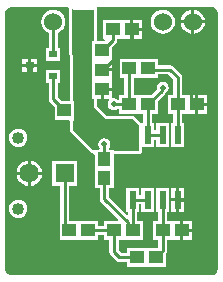
<source format=gtl>
G04*
G04 #@! TF.GenerationSoftware,Altium Limited,Altium Designer,22.5.1 (42)*
G04*
G04 Layer_Physical_Order=1*
G04 Layer_Color=255*
%FSLAX25Y25*%
%MOIN*%
G70*
G04*
G04 #@! TF.SameCoordinates,3A988065-C8E6-409E-8F77-962EE0EB2120*
G04*
G04*
G04 #@! TF.FilePolarity,Positive*
G04*
G01*
G75*
%ADD10C,0.01000*%
%ADD12R,0.02400X0.06000*%
%ADD13R,0.04528X0.04331*%
%ADD14R,0.04331X0.04528*%
%ADD15R,0.02756X0.02362*%
%ADD25C,0.02000*%
%ADD26C,0.06000*%
%ADD27C,0.04016*%
%ADD28C,0.06436*%
%ADD29R,0.06232X0.06232*%
%ADD30C,0.02000*%
G36*
X74200Y92300D02*
X74657D01*
X75503Y91950D01*
X76150Y91303D01*
X76500Y90457D01*
Y90000D01*
Y5433D01*
X76500Y5433D01*
X76503Y4992D01*
X76172Y4175D01*
X75553Y3547D01*
X74741Y3203D01*
X74300Y3200D01*
X74000Y3200D01*
X8000Y3000D01*
X7800Y3200D01*
X7343D01*
X6497Y3550D01*
X5850Y4197D01*
X5500Y5043D01*
Y5500D01*
Y90067D01*
X5497Y90508D01*
X5828Y91325D01*
X6447Y91953D01*
X7259Y92297D01*
X7700Y92300D01*
X8000Y92300D01*
X26381Y92356D01*
X26478Y92272D01*
X26729Y91857D01*
X26724Y91830D01*
X26686Y91636D01*
X26687Y91634D01*
X26686Y91632D01*
X26907Y61520D01*
X26555Y61165D01*
X24100D01*
X22966Y62299D01*
Y67079D01*
X23815D01*
Y71441D01*
X19059D01*
Y67079D01*
X19908D01*
Y61665D01*
X20024Y61080D01*
X20356Y60584D01*
X21937Y59003D01*
Y54835D01*
X26551D01*
X26945Y54488D01*
X26959Y54472D01*
X26980Y51493D01*
X27020Y51301D01*
X27058Y51110D01*
X27060Y51107D01*
X27061Y51103D01*
X27171Y50941D01*
X27279Y50779D01*
X34114Y43944D01*
X34444Y43723D01*
X34835Y43646D01*
X35335Y43241D01*
Y38386D01*
Y32087D01*
X36971D01*
Y28500D01*
X37087Y27915D01*
X37419Y27419D01*
X43210Y21627D01*
X43018Y21165D01*
X38437D01*
Y19529D01*
X36413D01*
Y21165D01*
X26832D01*
Y32884D01*
X29419D01*
Y41116D01*
X21187D01*
Y32884D01*
X23774D01*
Y21165D01*
X23587D01*
Y14835D01*
X36413D01*
Y16471D01*
X38437D01*
Y14835D01*
X40171D01*
Y10799D01*
X40288Y10214D01*
X40619Y9718D01*
X42419Y7919D01*
X42915Y7587D01*
X43500Y7471D01*
X46087D01*
Y5835D01*
X58913D01*
Y10002D01*
X59081Y10170D01*
X59413Y10667D01*
X59529Y11252D01*
Y14835D01*
X63799D01*
Y18000D01*
Y21165D01*
X59529D01*
Y24250D01*
X60200D01*
Y32250D01*
X55800D01*
Y24250D01*
X56471D01*
Y21165D01*
X54736D01*
Y14835D01*
X56471D01*
Y12165D01*
X46087D01*
Y10529D01*
X44133D01*
X43230Y11433D01*
Y14835D01*
X51264D01*
Y21165D01*
X49529D01*
Y24250D01*
X50200D01*
Y26721D01*
X50800D01*
Y24250D01*
X55200D01*
Y32250D01*
X50800D01*
Y29779D01*
X50200D01*
Y32250D01*
X45800D01*
Y24250D01*
X46471D01*
Y23346D01*
X46009Y23154D01*
X40029Y29133D01*
Y32087D01*
X41665D01*
Y38386D01*
Y43480D01*
X50000Y43480D01*
X50390Y43558D01*
X50721Y43779D01*
X50942Y44110D01*
X51020Y44500D01*
Y45750D01*
X55200D01*
Y48221D01*
X55800D01*
Y45750D01*
X60200D01*
Y53750D01*
X55800D01*
Y51279D01*
X55200D01*
Y53750D01*
X54529D01*
Y56835D01*
X56264D01*
Y61002D01*
X58699Y63437D01*
X58849Y63662D01*
X59442Y64058D01*
X59884Y64720D01*
X60039Y65500D01*
X59884Y66280D01*
X59442Y66942D01*
X58780Y67384D01*
X58000Y67539D01*
X57220Y67384D01*
X56558Y66942D01*
X56116Y66280D01*
X55961Y65500D01*
X56040Y65104D01*
X54101Y63165D01*
X48230D01*
Y68835D01*
X56413D01*
Y69971D01*
X59866D01*
X61471Y68366D01*
Y63165D01*
X59736D01*
Y56835D01*
X61471D01*
Y53750D01*
X60800D01*
Y45750D01*
X65200D01*
Y53750D01*
X64529D01*
Y56835D01*
X68799D01*
Y60000D01*
Y63165D01*
X64529D01*
Y69000D01*
X64413Y69585D01*
X64081Y70081D01*
X61581Y72581D01*
X61085Y72913D01*
X60500Y73029D01*
X56413D01*
Y75165D01*
X43587D01*
Y68835D01*
X45171D01*
Y63165D01*
X43437D01*
Y61710D01*
X42937Y61573D01*
X42472Y61884D01*
X41691Y62039D01*
X41449Y61991D01*
X41063Y62308D01*
Y64500D01*
X38299D01*
Y61835D01*
X40006D01*
X40178Y61335D01*
X39807Y60780D01*
X39652Y60000D01*
X39807Y59220D01*
X40249Y58558D01*
X40911Y58116D01*
X41691Y57961D01*
X42472Y58116D01*
X42937Y58427D01*
X43437Y58290D01*
Y56835D01*
X51471D01*
Y53750D01*
X50800D01*
X50415Y54027D01*
X48721Y55721D01*
X48390Y55942D01*
X48000Y56020D01*
X39422D01*
X36020Y59422D01*
Y61835D01*
X37299D01*
Y65000D01*
X37799D01*
Y65500D01*
X41063D01*
Y68165D01*
X41063D01*
Y68335D01*
X41063D01*
Y71000D01*
X37799D01*
Y72000D01*
X41063D01*
Y74665D01*
X41063D01*
Y74835D01*
X41063D01*
Y79002D01*
X42432Y80371D01*
X42763Y80867D01*
X42880Y81453D01*
Y81835D01*
X47150D01*
Y85000D01*
Y88165D01*
X38087D01*
Y81835D01*
X38538D01*
X38789Y81335D01*
X38662Y81165D01*
X36020D01*
Y91500D01*
X35942Y91890D01*
X36212Y92386D01*
X74000Y92500D01*
X74200Y92300D01*
D02*
G37*
G36*
X28500Y91500D02*
X35000Y91500D01*
Y81165D01*
X34535D01*
Y74835D01*
X34535D01*
Y74665D01*
X34535D01*
Y68335D01*
X34535D01*
Y68165D01*
X34535D01*
Y61835D01*
X35000D01*
Y59000D01*
X39000Y55000D01*
X48000D01*
X50000Y53000D01*
Y44500D01*
X41665Y44500D01*
Y44913D01*
X40162D01*
X40051Y45413D01*
X40384Y45911D01*
X40539Y46691D01*
X40384Y47472D01*
X39942Y48133D01*
X39280Y48575D01*
X38500Y48730D01*
X37720Y48575D01*
X37058Y48133D01*
X36616Y47472D01*
X36461Y46691D01*
X36616Y45911D01*
X36948Y45413D01*
X36838Y44913D01*
X35335D01*
Y44872D01*
X34835Y44665D01*
X28000Y51500D01*
X27978Y54480D01*
X28330Y54835D01*
X28465D01*
Y61165D01*
X27929D01*
X27706Y91640D01*
X28167Y91833D01*
X28500Y91500D01*
D02*
G37*
%LPC*%
G36*
X68500Y91469D02*
Y88000D01*
X71969D01*
X71897Y88544D01*
X71494Y89517D01*
X70853Y90353D01*
X70017Y90994D01*
X69044Y91397D01*
X68500Y91469D01*
D02*
G37*
G36*
X67500D02*
X66956Y91397D01*
X65983Y90994D01*
X65147Y90353D01*
X64506Y89517D01*
X64103Y88544D01*
X64031Y88000D01*
X67500D01*
Y91469D01*
D02*
G37*
G36*
X50913Y88165D02*
X48150D01*
Y85500D01*
X50913D01*
Y88165D01*
D02*
G37*
G36*
X71969Y87000D02*
X68500D01*
Y83531D01*
X69044Y83603D01*
X70017Y84006D01*
X70853Y84647D01*
X71494Y85483D01*
X71897Y86456D01*
X71969Y87000D01*
D02*
G37*
G36*
X67500D02*
X64031D01*
X64103Y86456D01*
X64506Y85483D01*
X65147Y84647D01*
X65983Y84006D01*
X66956Y83603D01*
X67500Y83531D01*
Y87000D01*
D02*
G37*
G36*
X58000Y91535D02*
X56956Y91397D01*
X55983Y90994D01*
X55147Y90353D01*
X54506Y89517D01*
X54103Y88544D01*
X53966Y87500D01*
X54103Y86456D01*
X54506Y85483D01*
X55147Y84647D01*
X55983Y84006D01*
X56956Y83603D01*
X58000Y83465D01*
X59044Y83603D01*
X60017Y84006D01*
X60853Y84647D01*
X61494Y85483D01*
X61897Y86456D01*
X62034Y87500D01*
X61897Y88544D01*
X61494Y89517D01*
X60853Y90353D01*
X60017Y90994D01*
X59044Y91397D01*
X58000Y91535D01*
D02*
G37*
G36*
X50913Y84500D02*
X48150D01*
Y81835D01*
X50913D01*
Y84500D01*
D02*
G37*
G36*
X21500Y91535D02*
X20456Y91397D01*
X19483Y90994D01*
X18647Y90353D01*
X18006Y89517D01*
X17603Y88544D01*
X17466Y87500D01*
X17603Y86456D01*
X18006Y85483D01*
X18647Y84647D01*
X19483Y84006D01*
X19939Y83817D01*
Y78921D01*
X19059D01*
Y74559D01*
X23815D01*
Y78921D01*
X22998D01*
Y83791D01*
X23517Y84006D01*
X24353Y84647D01*
X24994Y85483D01*
X25397Y86456D01*
X25534Y87500D01*
X25397Y88544D01*
X24994Y89517D01*
X24353Y90353D01*
X23517Y90994D01*
X22544Y91397D01*
X21500Y91535D01*
D02*
G37*
G36*
X15941Y75181D02*
X14063D01*
Y73500D01*
X15941D01*
Y75181D01*
D02*
G37*
G36*
X13063D02*
X11185D01*
Y73500D01*
X13063D01*
Y75181D01*
D02*
G37*
G36*
X15941Y72500D02*
X14063D01*
Y70819D01*
X15941D01*
Y72500D01*
D02*
G37*
G36*
X13063D02*
X11185D01*
Y70819D01*
X13063D01*
Y72500D01*
D02*
G37*
G36*
X72563Y63165D02*
X69799D01*
Y60500D01*
X72563D01*
Y63165D01*
D02*
G37*
G36*
Y59500D02*
X69799D01*
Y56835D01*
X72563D01*
Y59500D01*
D02*
G37*
G36*
X9791Y51845D02*
X9006Y51742D01*
X8274Y51438D01*
X7646Y50956D01*
X7164Y50328D01*
X6860Y49596D01*
X6757Y48811D01*
X6860Y48026D01*
X7164Y47294D01*
X7646Y46666D01*
X8274Y46183D01*
X9006Y45880D01*
X9791Y45777D01*
X10576Y45880D01*
X11308Y46183D01*
X11936Y46666D01*
X12419Y47294D01*
X12722Y48026D01*
X12825Y48811D01*
X12722Y49596D01*
X12419Y50328D01*
X11936Y50956D01*
X11308Y51438D01*
X10576Y51742D01*
X9791Y51845D01*
D02*
G37*
G36*
X13992Y41189D02*
Y37500D01*
X17681D01*
X17602Y38101D01*
X17177Y39127D01*
X16500Y40009D01*
X15619Y40685D01*
X14593Y41110D01*
X13992Y41189D01*
D02*
G37*
G36*
X12992D02*
X12391Y41110D01*
X11365Y40685D01*
X10484Y40009D01*
X9807Y39127D01*
X9382Y38101D01*
X9303Y37500D01*
X12992D01*
Y41189D01*
D02*
G37*
G36*
X17681Y36500D02*
X13992D01*
Y32811D01*
X14593Y32890D01*
X15619Y33315D01*
X16500Y33992D01*
X17177Y34873D01*
X17602Y35899D01*
X17681Y36500D01*
D02*
G37*
G36*
X12992D02*
X9303D01*
X9382Y35899D01*
X9807Y34873D01*
X10484Y33992D01*
X11365Y33315D01*
X12391Y32890D01*
X12992Y32811D01*
Y36500D01*
D02*
G37*
G36*
X65200Y32250D02*
X63500D01*
Y28750D01*
X65200D01*
Y32250D01*
D02*
G37*
G36*
X62500D02*
X60800D01*
Y28750D01*
X62500D01*
Y32250D01*
D02*
G37*
G36*
X65200Y27750D02*
X63500D01*
Y24250D01*
X65200D01*
Y27750D01*
D02*
G37*
G36*
X62500D02*
X60800D01*
Y24250D01*
X62500D01*
Y27750D01*
D02*
G37*
G36*
X9791Y28223D02*
X9006Y28120D01*
X8274Y27817D01*
X7646Y27334D01*
X7164Y26706D01*
X6860Y25974D01*
X6757Y25189D01*
X6860Y24404D01*
X7164Y23672D01*
X7646Y23044D01*
X8274Y22561D01*
X9006Y22258D01*
X9791Y22155D01*
X10576Y22258D01*
X11308Y22561D01*
X11936Y23044D01*
X12419Y23672D01*
X12722Y24404D01*
X12825Y25189D01*
X12722Y25974D01*
X12419Y26706D01*
X11936Y27334D01*
X11308Y27817D01*
X10576Y28120D01*
X9791Y28223D01*
D02*
G37*
G36*
X67563Y21165D02*
X64799D01*
Y18500D01*
X67563D01*
Y21165D01*
D02*
G37*
G36*
Y17500D02*
X64799D01*
Y14835D01*
X67563D01*
Y17500D01*
D02*
G37*
%LPD*%
D10*
X37898Y71500D02*
X43309Y76911D01*
Y77309D02*
X43500Y77500D01*
X37799Y71500D02*
X37898D01*
X43309Y76911D02*
Y77309D01*
X64299Y18000D02*
X70500D01*
X72500Y20000D01*
X63000Y28250D02*
X66750D01*
X70000Y25000D01*
X69201Y60000D02*
X69299D01*
X67535Y61665D02*
X69201Y60000D01*
X67535Y61665D02*
Y69965D01*
X67500Y70000D02*
X67535Y69965D01*
X67500Y80000D02*
X67691Y80191D01*
Y86691D01*
X68000Y87000D01*
X47650Y85000D02*
X47748D01*
X47650Y78650D02*
X47682Y78682D01*
X47500Y78500D02*
X47650Y78650D01*
Y85000D02*
X47682Y84967D01*
Y78682D02*
Y84967D01*
X25303Y19547D02*
Y37000D01*
Y19547D02*
X26850Y18000D01*
X37799Y78000D02*
X37898D01*
X41350Y81453D02*
Y86000D01*
X37898Y78000D02*
X41350Y81453D01*
X47650Y78650D02*
Y85000D01*
X37799Y65000D02*
X42500D01*
X21437Y61665D02*
Y69260D01*
Y61665D02*
X25102Y58000D01*
X25201D01*
X21468Y87468D02*
X21500Y87500D01*
X21468Y76772D02*
Y87468D01*
X21437Y76740D02*
X21468Y76772D01*
X41701Y10799D02*
X43500Y9000D01*
X53000Y60000D02*
X53098D01*
X55748Y9000D02*
X58000Y11252D01*
X55650Y9000D02*
X55748D01*
X46236Y19665D02*
X47902Y18000D01*
X38500Y28500D02*
X46236Y20764D01*
X38500Y41650D02*
Y46500D01*
X41701Y10799D02*
Y18000D01*
X53000Y49750D02*
Y60000D01*
X58000Y11252D02*
Y18000D01*
X38500Y28500D02*
Y35350D01*
X46701Y60000D02*
Y72000D01*
X47902Y18000D02*
X48000D01*
X41500Y60000D02*
X41691D01*
X46701D01*
X53150Y72000D02*
X53650Y71500D01*
X57617Y64519D02*
Y65117D01*
X58000Y18000D02*
Y28250D01*
X60500Y71500D02*
X63000Y69000D01*
X43500Y9000D02*
X49350D01*
X48000Y28250D02*
X53000D01*
X53650Y71500D02*
X60500D01*
X53098Y60000D02*
X57617Y64519D01*
X46236Y19665D02*
Y20764D01*
X57617Y65117D02*
X58000Y65500D01*
X63000Y49750D02*
Y60000D01*
Y69000D01*
X53000Y49750D02*
X58000D01*
X48000Y18000D02*
Y28250D01*
X33150Y18000D02*
X41701D01*
D12*
X48000Y28250D02*
D03*
X53000D02*
D03*
X58000D02*
D03*
X63000D02*
D03*
Y49750D02*
D03*
X58000D02*
D03*
X53000D02*
D03*
X48000D02*
D03*
D13*
X37799Y71500D02*
D03*
X31500D02*
D03*
Y78000D02*
D03*
X37799D02*
D03*
X47650Y85000D02*
D03*
X41350D02*
D03*
X58000Y18000D02*
D03*
X64299D02*
D03*
X55650Y9000D02*
D03*
X49350D02*
D03*
X41701Y18000D02*
D03*
X48000D02*
D03*
X33150D02*
D03*
X26850D02*
D03*
X63000Y60000D02*
D03*
X69299D02*
D03*
X46701D02*
D03*
X53000D02*
D03*
X53150Y72000D02*
D03*
X46850D02*
D03*
X31500Y65000D02*
D03*
X37799D02*
D03*
X25201Y58000D02*
D03*
X31500D02*
D03*
D14*
X38500Y41650D02*
D03*
Y35350D02*
D03*
D15*
X21437Y69260D02*
D03*
Y76740D02*
D03*
X13563Y73000D02*
D03*
D25*
Y60563D02*
Y73000D01*
D26*
X21500Y87500D02*
D03*
X31500D02*
D03*
X58000D02*
D03*
X68000D02*
D03*
D27*
X9791Y25189D02*
D03*
Y48811D02*
D03*
D28*
X13492Y37000D02*
D03*
D29*
X25303D02*
D03*
D30*
X62500Y40000D02*
D03*
X10000Y55000D02*
D03*
X52500Y40000D02*
D03*
X57500D02*
D03*
X62500Y80000D02*
D03*
X10000Y65000D02*
D03*
X12500Y10000D02*
D03*
X67500D02*
D03*
X72500Y70000D02*
D03*
Y30000D02*
D03*
Y80000D02*
D03*
X17500Y20000D02*
D03*
X10000Y15000D02*
D03*
X17500Y10000D02*
D03*
X72500Y20000D02*
D03*
X22500Y10000D02*
D03*
X70000Y35000D02*
D03*
X67500Y80000D02*
D03*
X60000Y35000D02*
D03*
X65000D02*
D03*
X70000Y25000D02*
D03*
X42500Y30000D02*
D03*
X10000Y85000D02*
D03*
X50000Y35000D02*
D03*
X15000Y15000D02*
D03*
X37500Y10000D02*
D03*
X15000Y65000D02*
D03*
X67500Y70000D02*
D03*
X72500Y10000D02*
D03*
X70000Y75000D02*
D03*
X20000Y15000D02*
D03*
X72500Y50000D02*
D03*
X52500Y80000D02*
D03*
X15000Y85000D02*
D03*
X12500Y80000D02*
D03*
X72500Y40000D02*
D03*
X45000Y35000D02*
D03*
X27500Y10000D02*
D03*
X47500Y40000D02*
D03*
X55000Y35000D02*
D03*
X12500Y20000D02*
D03*
X67500Y40000D02*
D03*
X32500Y10000D02*
D03*
X65000Y75000D02*
D03*
X15000Y55000D02*
D03*
X70000Y45000D02*
D03*
X43500Y77500D02*
D03*
X47682Y78567D02*
D03*
X13563Y60563D02*
D03*
X42682Y65067D02*
D03*
X41691Y60000D02*
D03*
X58000Y65500D02*
D03*
X38500Y46691D02*
D03*
M02*

</source>
